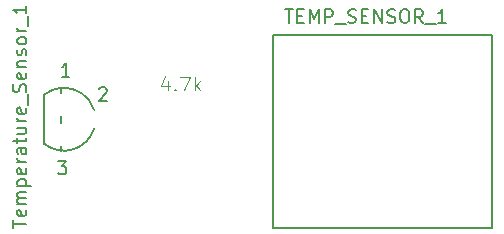
<source format=gbr>
%TF.GenerationSoftware,KiCad,Pcbnew,7.0.6*%
%TF.CreationDate,2023-12-02T19:26:21-07:00*%
%TF.ProjectId,Temp Sensor Board 1,54656d70-2053-4656-9e73-6f7220426f61,rev?*%
%TF.SameCoordinates,Original*%
%TF.FileFunction,Legend,Top*%
%TF.FilePolarity,Positive*%
%FSLAX46Y46*%
G04 Gerber Fmt 4.6, Leading zero omitted, Abs format (unit mm)*
G04 Created by KiCad (PCBNEW 7.0.6) date 2023-12-02 19:26:21*
%MOMM*%
%LPD*%
G01*
G04 APERTURE LIST*
%ADD10C,0.127000*%
%ADD11C,0.101600*%
G04 APERTURE END LIST*
D10*
X140904591Y-73259514D02*
X141557734Y-73259514D01*
X141231162Y-74402514D02*
X141231162Y-73259514D01*
X141938733Y-73803800D02*
X142319733Y-73803800D01*
X142483019Y-74402514D02*
X141938733Y-74402514D01*
X141938733Y-74402514D02*
X141938733Y-73259514D01*
X141938733Y-73259514D02*
X142483019Y-73259514D01*
X142972876Y-74402514D02*
X142972876Y-73259514D01*
X142972876Y-73259514D02*
X143353876Y-74075943D01*
X143353876Y-74075943D02*
X143734876Y-73259514D01*
X143734876Y-73259514D02*
X143734876Y-74402514D01*
X144279162Y-74402514D02*
X144279162Y-73259514D01*
X144279162Y-73259514D02*
X144714591Y-73259514D01*
X144714591Y-73259514D02*
X144823448Y-73313943D01*
X144823448Y-73313943D02*
X144877877Y-73368371D01*
X144877877Y-73368371D02*
X144932305Y-73477228D01*
X144932305Y-73477228D02*
X144932305Y-73640514D01*
X144932305Y-73640514D02*
X144877877Y-73749371D01*
X144877877Y-73749371D02*
X144823448Y-73803800D01*
X144823448Y-73803800D02*
X144714591Y-73858228D01*
X144714591Y-73858228D02*
X144279162Y-73858228D01*
X145150020Y-74511371D02*
X146020877Y-74511371D01*
X146238591Y-74348086D02*
X146401877Y-74402514D01*
X146401877Y-74402514D02*
X146674019Y-74402514D01*
X146674019Y-74402514D02*
X146782877Y-74348086D01*
X146782877Y-74348086D02*
X146837305Y-74293657D01*
X146837305Y-74293657D02*
X146891734Y-74184800D01*
X146891734Y-74184800D02*
X146891734Y-74075943D01*
X146891734Y-74075943D02*
X146837305Y-73967086D01*
X146837305Y-73967086D02*
X146782877Y-73912657D01*
X146782877Y-73912657D02*
X146674019Y-73858228D01*
X146674019Y-73858228D02*
X146456305Y-73803800D01*
X146456305Y-73803800D02*
X146347448Y-73749371D01*
X146347448Y-73749371D02*
X146293019Y-73694943D01*
X146293019Y-73694943D02*
X146238591Y-73586086D01*
X146238591Y-73586086D02*
X146238591Y-73477228D01*
X146238591Y-73477228D02*
X146293019Y-73368371D01*
X146293019Y-73368371D02*
X146347448Y-73313943D01*
X146347448Y-73313943D02*
X146456305Y-73259514D01*
X146456305Y-73259514D02*
X146728448Y-73259514D01*
X146728448Y-73259514D02*
X146891734Y-73313943D01*
X147381590Y-73803800D02*
X147762590Y-73803800D01*
X147925876Y-74402514D02*
X147381590Y-74402514D01*
X147381590Y-74402514D02*
X147381590Y-73259514D01*
X147381590Y-73259514D02*
X147925876Y-73259514D01*
X148415733Y-74402514D02*
X148415733Y-73259514D01*
X148415733Y-73259514D02*
X149068876Y-74402514D01*
X149068876Y-74402514D02*
X149068876Y-73259514D01*
X149558734Y-74348086D02*
X149722020Y-74402514D01*
X149722020Y-74402514D02*
X149994162Y-74402514D01*
X149994162Y-74402514D02*
X150103020Y-74348086D01*
X150103020Y-74348086D02*
X150157448Y-74293657D01*
X150157448Y-74293657D02*
X150211877Y-74184800D01*
X150211877Y-74184800D02*
X150211877Y-74075943D01*
X150211877Y-74075943D02*
X150157448Y-73967086D01*
X150157448Y-73967086D02*
X150103020Y-73912657D01*
X150103020Y-73912657D02*
X149994162Y-73858228D01*
X149994162Y-73858228D02*
X149776448Y-73803800D01*
X149776448Y-73803800D02*
X149667591Y-73749371D01*
X149667591Y-73749371D02*
X149613162Y-73694943D01*
X149613162Y-73694943D02*
X149558734Y-73586086D01*
X149558734Y-73586086D02*
X149558734Y-73477228D01*
X149558734Y-73477228D02*
X149613162Y-73368371D01*
X149613162Y-73368371D02*
X149667591Y-73313943D01*
X149667591Y-73313943D02*
X149776448Y-73259514D01*
X149776448Y-73259514D02*
X150048591Y-73259514D01*
X150048591Y-73259514D02*
X150211877Y-73313943D01*
X150919448Y-73259514D02*
X151137162Y-73259514D01*
X151137162Y-73259514D02*
X151246019Y-73313943D01*
X151246019Y-73313943D02*
X151354876Y-73422800D01*
X151354876Y-73422800D02*
X151409305Y-73640514D01*
X151409305Y-73640514D02*
X151409305Y-74021514D01*
X151409305Y-74021514D02*
X151354876Y-74239228D01*
X151354876Y-74239228D02*
X151246019Y-74348086D01*
X151246019Y-74348086D02*
X151137162Y-74402514D01*
X151137162Y-74402514D02*
X150919448Y-74402514D01*
X150919448Y-74402514D02*
X150810591Y-74348086D01*
X150810591Y-74348086D02*
X150701733Y-74239228D01*
X150701733Y-74239228D02*
X150647305Y-74021514D01*
X150647305Y-74021514D02*
X150647305Y-73640514D01*
X150647305Y-73640514D02*
X150701733Y-73422800D01*
X150701733Y-73422800D02*
X150810591Y-73313943D01*
X150810591Y-73313943D02*
X150919448Y-73259514D01*
X152552305Y-74402514D02*
X152171305Y-73858228D01*
X151899162Y-74402514D02*
X151899162Y-73259514D01*
X151899162Y-73259514D02*
X152334591Y-73259514D01*
X152334591Y-73259514D02*
X152443448Y-73313943D01*
X152443448Y-73313943D02*
X152497877Y-73368371D01*
X152497877Y-73368371D02*
X152552305Y-73477228D01*
X152552305Y-73477228D02*
X152552305Y-73640514D01*
X152552305Y-73640514D02*
X152497877Y-73749371D01*
X152497877Y-73749371D02*
X152443448Y-73803800D01*
X152443448Y-73803800D02*
X152334591Y-73858228D01*
X152334591Y-73858228D02*
X151899162Y-73858228D01*
X152770020Y-74511371D02*
X153640877Y-74511371D01*
X154511734Y-74402514D02*
X153858591Y-74402514D01*
X154185162Y-74402514D02*
X154185162Y-73259514D01*
X154185162Y-73259514D02*
X154076305Y-73422800D01*
X154076305Y-73422800D02*
X153967448Y-73531657D01*
X153967448Y-73531657D02*
X153858591Y-73586086D01*
X117836514Y-91723120D02*
X117836514Y-91069978D01*
X118979514Y-91396549D02*
X117836514Y-91396549D01*
X118925086Y-90253549D02*
X118979514Y-90362406D01*
X118979514Y-90362406D02*
X118979514Y-90580121D01*
X118979514Y-90580121D02*
X118925086Y-90688978D01*
X118925086Y-90688978D02*
X118816228Y-90743406D01*
X118816228Y-90743406D02*
X118380800Y-90743406D01*
X118380800Y-90743406D02*
X118271943Y-90688978D01*
X118271943Y-90688978D02*
X118217514Y-90580121D01*
X118217514Y-90580121D02*
X118217514Y-90362406D01*
X118217514Y-90362406D02*
X118271943Y-90253549D01*
X118271943Y-90253549D02*
X118380800Y-90199121D01*
X118380800Y-90199121D02*
X118489657Y-90199121D01*
X118489657Y-90199121D02*
X118598514Y-90743406D01*
X118979514Y-89709264D02*
X118217514Y-89709264D01*
X118326371Y-89709264D02*
X118271943Y-89654835D01*
X118271943Y-89654835D02*
X118217514Y-89545978D01*
X118217514Y-89545978D02*
X118217514Y-89382692D01*
X118217514Y-89382692D02*
X118271943Y-89273835D01*
X118271943Y-89273835D02*
X118380800Y-89219407D01*
X118380800Y-89219407D02*
X118979514Y-89219407D01*
X118380800Y-89219407D02*
X118271943Y-89164978D01*
X118271943Y-89164978D02*
X118217514Y-89056121D01*
X118217514Y-89056121D02*
X118217514Y-88892835D01*
X118217514Y-88892835D02*
X118271943Y-88783978D01*
X118271943Y-88783978D02*
X118380800Y-88729549D01*
X118380800Y-88729549D02*
X118979514Y-88729549D01*
X118217514Y-88185264D02*
X119360514Y-88185264D01*
X118271943Y-88185264D02*
X118217514Y-88076407D01*
X118217514Y-88076407D02*
X118217514Y-87858692D01*
X118217514Y-87858692D02*
X118271943Y-87749835D01*
X118271943Y-87749835D02*
X118326371Y-87695407D01*
X118326371Y-87695407D02*
X118435228Y-87640978D01*
X118435228Y-87640978D02*
X118761800Y-87640978D01*
X118761800Y-87640978D02*
X118870657Y-87695407D01*
X118870657Y-87695407D02*
X118925086Y-87749835D01*
X118925086Y-87749835D02*
X118979514Y-87858692D01*
X118979514Y-87858692D02*
X118979514Y-88076407D01*
X118979514Y-88076407D02*
X118925086Y-88185264D01*
X118925086Y-86715692D02*
X118979514Y-86824549D01*
X118979514Y-86824549D02*
X118979514Y-87042264D01*
X118979514Y-87042264D02*
X118925086Y-87151121D01*
X118925086Y-87151121D02*
X118816228Y-87205549D01*
X118816228Y-87205549D02*
X118380800Y-87205549D01*
X118380800Y-87205549D02*
X118271943Y-87151121D01*
X118271943Y-87151121D02*
X118217514Y-87042264D01*
X118217514Y-87042264D02*
X118217514Y-86824549D01*
X118217514Y-86824549D02*
X118271943Y-86715692D01*
X118271943Y-86715692D02*
X118380800Y-86661264D01*
X118380800Y-86661264D02*
X118489657Y-86661264D01*
X118489657Y-86661264D02*
X118598514Y-87205549D01*
X118979514Y-86171407D02*
X118217514Y-86171407D01*
X118435228Y-86171407D02*
X118326371Y-86116978D01*
X118326371Y-86116978D02*
X118271943Y-86062550D01*
X118271943Y-86062550D02*
X118217514Y-85953692D01*
X118217514Y-85953692D02*
X118217514Y-85844835D01*
X118979514Y-84973979D02*
X118380800Y-84973979D01*
X118380800Y-84973979D02*
X118271943Y-85028407D01*
X118271943Y-85028407D02*
X118217514Y-85137264D01*
X118217514Y-85137264D02*
X118217514Y-85354979D01*
X118217514Y-85354979D02*
X118271943Y-85463836D01*
X118925086Y-84973979D02*
X118979514Y-85082836D01*
X118979514Y-85082836D02*
X118979514Y-85354979D01*
X118979514Y-85354979D02*
X118925086Y-85463836D01*
X118925086Y-85463836D02*
X118816228Y-85518264D01*
X118816228Y-85518264D02*
X118707371Y-85518264D01*
X118707371Y-85518264D02*
X118598514Y-85463836D01*
X118598514Y-85463836D02*
X118544086Y-85354979D01*
X118544086Y-85354979D02*
X118544086Y-85082836D01*
X118544086Y-85082836D02*
X118489657Y-84973979D01*
X118217514Y-84592978D02*
X118217514Y-84157550D01*
X117836514Y-84429693D02*
X118816228Y-84429693D01*
X118816228Y-84429693D02*
X118925086Y-84375264D01*
X118925086Y-84375264D02*
X118979514Y-84266407D01*
X118979514Y-84266407D02*
X118979514Y-84157550D01*
X118217514Y-83286693D02*
X118979514Y-83286693D01*
X118217514Y-83776550D02*
X118816228Y-83776550D01*
X118816228Y-83776550D02*
X118925086Y-83722121D01*
X118925086Y-83722121D02*
X118979514Y-83613264D01*
X118979514Y-83613264D02*
X118979514Y-83449978D01*
X118979514Y-83449978D02*
X118925086Y-83341121D01*
X118925086Y-83341121D02*
X118870657Y-83286693D01*
X118979514Y-82742407D02*
X118217514Y-82742407D01*
X118435228Y-82742407D02*
X118326371Y-82687978D01*
X118326371Y-82687978D02*
X118271943Y-82633550D01*
X118271943Y-82633550D02*
X118217514Y-82524692D01*
X118217514Y-82524692D02*
X118217514Y-82415835D01*
X118925086Y-81599407D02*
X118979514Y-81708264D01*
X118979514Y-81708264D02*
X118979514Y-81925979D01*
X118979514Y-81925979D02*
X118925086Y-82034836D01*
X118925086Y-82034836D02*
X118816228Y-82089264D01*
X118816228Y-82089264D02*
X118380800Y-82089264D01*
X118380800Y-82089264D02*
X118271943Y-82034836D01*
X118271943Y-82034836D02*
X118217514Y-81925979D01*
X118217514Y-81925979D02*
X118217514Y-81708264D01*
X118217514Y-81708264D02*
X118271943Y-81599407D01*
X118271943Y-81599407D02*
X118380800Y-81544979D01*
X118380800Y-81544979D02*
X118489657Y-81544979D01*
X118489657Y-81544979D02*
X118598514Y-82089264D01*
X119088371Y-81327265D02*
X119088371Y-80456407D01*
X118925086Y-80238693D02*
X118979514Y-80075408D01*
X118979514Y-80075408D02*
X118979514Y-79803265D01*
X118979514Y-79803265D02*
X118925086Y-79694408D01*
X118925086Y-79694408D02*
X118870657Y-79639979D01*
X118870657Y-79639979D02*
X118761800Y-79585550D01*
X118761800Y-79585550D02*
X118652943Y-79585550D01*
X118652943Y-79585550D02*
X118544086Y-79639979D01*
X118544086Y-79639979D02*
X118489657Y-79694408D01*
X118489657Y-79694408D02*
X118435228Y-79803265D01*
X118435228Y-79803265D02*
X118380800Y-80020979D01*
X118380800Y-80020979D02*
X118326371Y-80129836D01*
X118326371Y-80129836D02*
X118271943Y-80184265D01*
X118271943Y-80184265D02*
X118163086Y-80238693D01*
X118163086Y-80238693D02*
X118054228Y-80238693D01*
X118054228Y-80238693D02*
X117945371Y-80184265D01*
X117945371Y-80184265D02*
X117890943Y-80129836D01*
X117890943Y-80129836D02*
X117836514Y-80020979D01*
X117836514Y-80020979D02*
X117836514Y-79748836D01*
X117836514Y-79748836D02*
X117890943Y-79585550D01*
X118925086Y-78660265D02*
X118979514Y-78769122D01*
X118979514Y-78769122D02*
X118979514Y-78986837D01*
X118979514Y-78986837D02*
X118925086Y-79095694D01*
X118925086Y-79095694D02*
X118816228Y-79150122D01*
X118816228Y-79150122D02*
X118380800Y-79150122D01*
X118380800Y-79150122D02*
X118271943Y-79095694D01*
X118271943Y-79095694D02*
X118217514Y-78986837D01*
X118217514Y-78986837D02*
X118217514Y-78769122D01*
X118217514Y-78769122D02*
X118271943Y-78660265D01*
X118271943Y-78660265D02*
X118380800Y-78605837D01*
X118380800Y-78605837D02*
X118489657Y-78605837D01*
X118489657Y-78605837D02*
X118598514Y-79150122D01*
X118217514Y-78115980D02*
X118979514Y-78115980D01*
X118326371Y-78115980D02*
X118271943Y-78061551D01*
X118271943Y-78061551D02*
X118217514Y-77952694D01*
X118217514Y-77952694D02*
X118217514Y-77789408D01*
X118217514Y-77789408D02*
X118271943Y-77680551D01*
X118271943Y-77680551D02*
X118380800Y-77626123D01*
X118380800Y-77626123D02*
X118979514Y-77626123D01*
X118925086Y-77136265D02*
X118979514Y-77027408D01*
X118979514Y-77027408D02*
X118979514Y-76809694D01*
X118979514Y-76809694D02*
X118925086Y-76700837D01*
X118925086Y-76700837D02*
X118816228Y-76646408D01*
X118816228Y-76646408D02*
X118761800Y-76646408D01*
X118761800Y-76646408D02*
X118652943Y-76700837D01*
X118652943Y-76700837D02*
X118598514Y-76809694D01*
X118598514Y-76809694D02*
X118598514Y-76972980D01*
X118598514Y-76972980D02*
X118544086Y-77081837D01*
X118544086Y-77081837D02*
X118435228Y-77136265D01*
X118435228Y-77136265D02*
X118380800Y-77136265D01*
X118380800Y-77136265D02*
X118271943Y-77081837D01*
X118271943Y-77081837D02*
X118217514Y-76972980D01*
X118217514Y-76972980D02*
X118217514Y-76809694D01*
X118217514Y-76809694D02*
X118271943Y-76700837D01*
X118979514Y-75993265D02*
X118925086Y-76102122D01*
X118925086Y-76102122D02*
X118870657Y-76156551D01*
X118870657Y-76156551D02*
X118761800Y-76210979D01*
X118761800Y-76210979D02*
X118435228Y-76210979D01*
X118435228Y-76210979D02*
X118326371Y-76156551D01*
X118326371Y-76156551D02*
X118271943Y-76102122D01*
X118271943Y-76102122D02*
X118217514Y-75993265D01*
X118217514Y-75993265D02*
X118217514Y-75829979D01*
X118217514Y-75829979D02*
X118271943Y-75721122D01*
X118271943Y-75721122D02*
X118326371Y-75666694D01*
X118326371Y-75666694D02*
X118435228Y-75612265D01*
X118435228Y-75612265D02*
X118761800Y-75612265D01*
X118761800Y-75612265D02*
X118870657Y-75666694D01*
X118870657Y-75666694D02*
X118925086Y-75721122D01*
X118925086Y-75721122D02*
X118979514Y-75829979D01*
X118979514Y-75829979D02*
X118979514Y-75993265D01*
X118979514Y-75122408D02*
X118217514Y-75122408D01*
X118435228Y-75122408D02*
X118326371Y-75067979D01*
X118326371Y-75067979D02*
X118271943Y-75013551D01*
X118271943Y-75013551D02*
X118217514Y-74904693D01*
X118217514Y-74904693D02*
X118217514Y-74795836D01*
X119088371Y-74686980D02*
X119088371Y-73816122D01*
X118979514Y-72945265D02*
X118979514Y-73598408D01*
X118979514Y-73271837D02*
X117836514Y-73271837D01*
X117836514Y-73271837D02*
X117999800Y-73380694D01*
X117999800Y-73380694D02*
X118108657Y-73489551D01*
X118108657Y-73489551D02*
X118163086Y-73598408D01*
X125156591Y-79972371D02*
X125211019Y-79917943D01*
X125211019Y-79917943D02*
X125319877Y-79863514D01*
X125319877Y-79863514D02*
X125592019Y-79863514D01*
X125592019Y-79863514D02*
X125700877Y-79917943D01*
X125700877Y-79917943D02*
X125755305Y-79972371D01*
X125755305Y-79972371D02*
X125809734Y-80081228D01*
X125809734Y-80081228D02*
X125809734Y-80190086D01*
X125809734Y-80190086D02*
X125755305Y-80353371D01*
X125755305Y-80353371D02*
X125102162Y-81006514D01*
X125102162Y-81006514D02*
X125809734Y-81006514D01*
X122634734Y-78974514D02*
X121981591Y-78974514D01*
X122308162Y-78974514D02*
X122308162Y-77831514D01*
X122308162Y-77831514D02*
X122199305Y-77994800D01*
X122199305Y-77994800D02*
X122090448Y-78103657D01*
X122090448Y-78103657D02*
X121981591Y-78158086D01*
X121673162Y-86086514D02*
X122380734Y-86086514D01*
X122380734Y-86086514D02*
X121999734Y-86521943D01*
X121999734Y-86521943D02*
X122163019Y-86521943D01*
X122163019Y-86521943D02*
X122271877Y-86576371D01*
X122271877Y-86576371D02*
X122326305Y-86630800D01*
X122326305Y-86630800D02*
X122380734Y-86739657D01*
X122380734Y-86739657D02*
X122380734Y-87011800D01*
X122380734Y-87011800D02*
X122326305Y-87120657D01*
X122326305Y-87120657D02*
X122271877Y-87175086D01*
X122271877Y-87175086D02*
X122163019Y-87229514D01*
X122163019Y-87229514D02*
X121836448Y-87229514D01*
X121836448Y-87229514D02*
X121727591Y-87175086D01*
X121727591Y-87175086D02*
X121673162Y-87120657D01*
D11*
X130969338Y-79336792D02*
X130969338Y-80115726D01*
X130691147Y-78891688D02*
X130412957Y-79726259D01*
X130412957Y-79726259D02*
X131136252Y-79726259D01*
X131581357Y-80004449D02*
X131636995Y-80060088D01*
X131636995Y-80060088D02*
X131581357Y-80115726D01*
X131581357Y-80115726D02*
X131525719Y-80060088D01*
X131525719Y-80060088D02*
X131581357Y-80004449D01*
X131581357Y-80004449D02*
X131581357Y-80115726D01*
X132026462Y-78947326D02*
X132805395Y-78947326D01*
X132805395Y-78947326D02*
X132304652Y-80115726D01*
X133250500Y-80115726D02*
X133250500Y-78947326D01*
X133361776Y-79670621D02*
X133695605Y-80115726D01*
X133695605Y-79336792D02*
X133250500Y-79781897D01*
D10*
%TO.C,J1*%
X139831000Y-91731000D02*
X158371000Y-91731000D01*
X139831000Y-91731000D02*
X139831000Y-75401000D01*
X158371000Y-91731000D02*
X158371000Y-75401000D01*
X139831000Y-75401000D02*
X158371000Y-75401000D01*
%TO.C,U$1*%
X121920000Y-79895100D02*
X121920000Y-80296300D01*
X120523000Y-80455500D02*
X120523000Y-84644500D01*
X121920000Y-82263700D02*
X121920000Y-82836300D01*
X121920000Y-84803700D02*
X121920000Y-85204900D01*
X124722500Y-81763701D02*
G75*
G03*
X121920000Y-79895101I-2548479J-786298D01*
G01*
X121920000Y-79895099D02*
G75*
G03*
X120523000Y-80455400I253950J-2654895D01*
G01*
X120523001Y-84644498D02*
G75*
G03*
X124722400Y-83336300I1650989J2094488D01*
G01*
%TD*%
M02*

</source>
